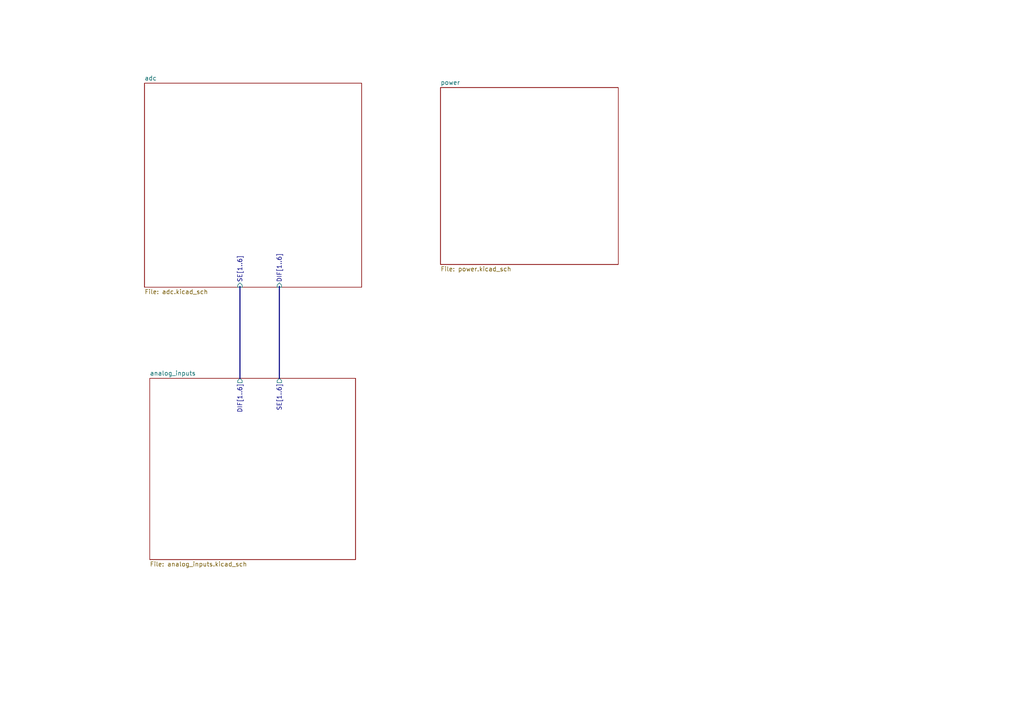
<source format=kicad_sch>
(kicad_sch
	(version 20250114)
	(generator "eeschema")
	(generator_version "9.0")
	(uuid "6b5c3a33-e0c0-4354-bc3d-665cd56165a2")
	(paper "A4")
	(lib_symbols)
	(bus
		(pts
			(xy 69.596 83.058) (xy 69.596 109.728)
		)
		(stroke
			(width 0)
			(type default)
		)
		(uuid "1af974df-88b0-4dc3-8cfd-4e988e4f02d5")
	)
	(bus
		(pts
			(xy 81.026 83.058) (xy 81.026 109.728)
		)
		(stroke
			(width 0)
			(type default)
		)
		(uuid "de4c253f-ca57-47a4-9858-41e058bb3028")
	)
	(sheet
		(at 127.762 25.4)
		(size 51.562 51.308)
		(exclude_from_sim no)
		(in_bom yes)
		(on_board yes)
		(dnp no)
		(fields_autoplaced yes)
		(stroke
			(width 0.1524)
			(type solid)
		)
		(fill
			(color 0 0 0 0.0000)
		)
		(uuid "04b6300e-da58-4f6a-a04f-2c738757da60")
		(property "Sheetname" "power"
			(at 127.762 24.6884 0)
			(effects
				(font
					(size 1.27 1.27)
				)
				(justify left bottom)
			)
		)
		(property "Sheetfile" "power.kicad_sch"
			(at 127.762 77.2926 0)
			(effects
				(font
					(size 1.27 1.27)
				)
				(justify left top)
			)
		)
		(instances
			(project "UPP_simple"
				(path "/6b5c3a33-e0c0-4354-bc3d-665cd56165a2"
					(page "4")
				)
			)
		)
	)
	(sheet
		(at 43.434 109.728)
		(size 59.69 52.578)
		(exclude_from_sim no)
		(in_bom yes)
		(on_board yes)
		(dnp no)
		(fields_autoplaced yes)
		(stroke
			(width 0.1524)
			(type solid)
		)
		(fill
			(color 0 0 0 0.0000)
		)
		(uuid "150cd0cf-f39f-4744-842f-32bf63665b5f")
		(property "Sheetname" "analog_inputs"
			(at 43.434 109.0164 0)
			(effects
				(font
					(size 1.27 1.27)
				)
				(justify left bottom)
			)
		)
		(property "Sheetfile" "analog_inputs.kicad_sch"
			(at 43.434 162.8906 0)
			(effects
				(font
					(size 1.27 1.27)
				)
				(justify left top)
			)
		)
		(pin "DIF[1..6]" output
			(at 69.596 109.728 90)
			(uuid "89c5baab-3421-4eaf-a219-78b7efb5ee54")
			(effects
				(font
					(size 1.27 1.27)
				)
				(justify right)
			)
		)
		(pin "SE[1..6]" output
			(at 81.026 109.728 90)
			(uuid "36f11ca7-9bf1-42ac-9978-422530a2ef3d")
			(effects
				(font
					(size 1.27 1.27)
				)
				(justify right)
			)
		)
		(instances
			(project "UPP_simple"
				(path "/6b5c3a33-e0c0-4354-bc3d-665cd56165a2"
					(page "2")
				)
			)
		)
	)
	(sheet
		(at 41.91 24.13)
		(size 62.992 59.182)
		(exclude_from_sim no)
		(in_bom yes)
		(on_board yes)
		(dnp no)
		(fields_autoplaced yes)
		(stroke
			(width 0.1524)
			(type solid)
		)
		(fill
			(color 0 0 0 0.0000)
		)
		(uuid "2e9be577-9098-40f6-bf7d-f157812c3f0a")
		(property "Sheetname" "adc"
			(at 41.91 23.4184 0)
			(effects
				(font
					(size 1.27 1.27)
				)
				(justify left bottom)
			)
		)
		(property "Sheetfile" "adc.kicad_sch"
			(at 41.91 83.8966 0)
			(effects
				(font
					(size 1.27 1.27)
				)
				(justify left top)
			)
		)
		(pin "DIF[1..6]" input
			(at 81.026 83.312 270)
			(uuid "ed9b958d-52a4-4478-81a1-0c5e08dc9af8")
			(effects
				(font
					(size 1.27 1.27)
				)
				(justify left)
			)
		)
		(pin "SE[1..6]" input
			(at 69.596 83.312 270)
			(uuid "136e4bcf-7a64-4388-9a25-9528dc16acfa")
			(effects
				(font
					(size 1.27 1.27)
				)
				(justify left)
			)
		)
		(instances
			(project "UPP_simple"
				(path "/6b5c3a33-e0c0-4354-bc3d-665cd56165a2"
					(page "3")
				)
			)
		)
	)
	(sheet_instances
		(path "/"
			(page "1")
		)
	)
	(embedded_fonts no)
)

</source>
